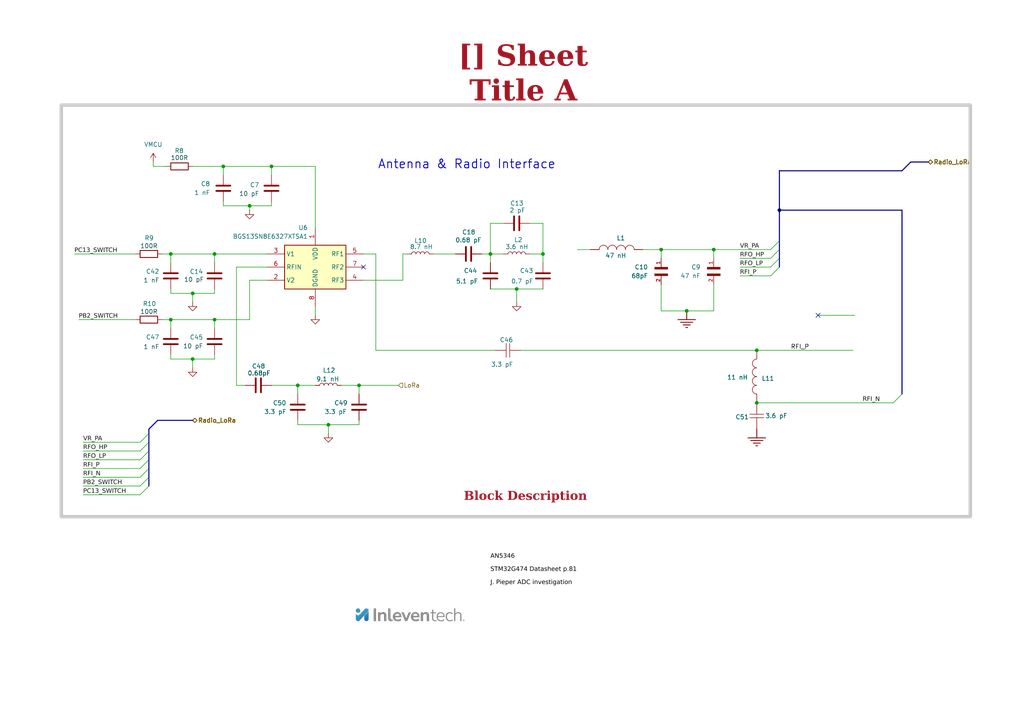
<source format=kicad_sch>
(kicad_sch (version 20250114) (generator "eeschema") (generator_version "9.0")
  (paper "A4")
  (title_block (title "Sheet Title A") (date "2025-11-08") (rev "${REVISION}") (company "${COMPANY}"))
  (lib_symbols
    (symbol "0_LoRa:BGS13SN8E6327XTSA1"
      (property "Reference" "U2" (at 16.1133 7.62 0))
      (property "Value" "BGS13SN8E6327XTSA1" (at 16.1133 5.08 0))
      (symbol "BGS13SN8E6327XTSA1_1_1"
        (rectangle (start 5.08 2.54) (end 22.86 -10.16) (stroke (width 0.254)) (fill (type background)))
        (pin passive line (at 0 0 0) (length 5.08) (name "RF1") (number "5"))
        (pin passive line (at 0 -3.81 0) (length 5.08) (name "RF2") (number "7"))
        (pin passive line (at 0 -7.62 0) (length 5.08) (name "RF3") (number "4"))
        (pin passive line (at 13.97 7.62 270) (length 5.08) (name "VDD") (number "1"))
        (pin passive line (at 13.97 -15.24 90) (length 5.08) (name "DGND") (number "8"))
        (pin passive line (at 27.94 0 180) (length 5.08) (name "V1") (number "3"))
        (pin passive line (at 27.94 -3.81 180) (length 5.08) (name "RFIN") (number "6"))
        (pin passive line (at 27.94 -7.62 180) (length 5.08) (name "V2") (number "2"))
      )
    )
    (symbol "Bluetooth____LoRa:GCM1555C1H680JA16D" (pin_names (offset 1.016))
      (property "Reference" "C" (at 0 3.8109 0))
      (property "Value" "GCM1555C1H680JA16D" (at 0 -5.0885 0))
      (symbol "GCM1555C1H680JA16D_0_0"
        (rectangle (start 0 -1.9069) (end 0.635 1.905) (stroke (width 0.1)) (fill (type outline)))
        (rectangle (start 1.9069 -1.9069) (end 2.54 1.905) (stroke (width 0.1)) (fill (type outline)))
        (pin passive line (at -2.54 0 0) (length 2.54) (name "~") (number "1"))
        (pin passive line (at 5.08 0 180) (length 2.54) (name "~") (number "2"))
      )
    )
    (symbol "Bluetooth____LoRa:GCM155R71E473KA55J" (pin_names (offset 1.016))
      (property "Reference" "C" (at 0 3.8109 0))
      (property "Value" "GCM155R71E473KA55J" (at 0 -5.0885 0))
      (symbol "GCM155R71E473KA55J_0_0"
        (rectangle (start 0 -1.9069) (end 0.635 1.905) (stroke (width 0.1)) (fill (type outline)))
        (rectangle (start 1.9069 -1.9069) (end 2.54 1.905) (stroke (width 0.1)) (fill (type outline)))
        (pin passive line (at -2.54 0 0) (length 2.54) (name "~") (number "1"))
        (pin passive line (at 5.08 0 180) (length 2.54) (name "~") (number "2"))
      )
    )
    (symbol "Bluetooth____LoRa:GND_POWER_GROUND" (power)
      (property "Value" "GND" (at 0 -6.35 0))
      (symbol "GND_POWER_GROUND_0_0"
        (polyline (pts (xy -2.54 -2.54) (xy 2.54 -2.54)) (stroke (width 0.254)))
        (polyline (pts (xy -1.778 -3.302) (xy 1.778 -3.302)) (stroke (width 0.254)))
        (polyline (pts (xy -1.016 -4.064) (xy 1.016 -4.064)) (stroke (width 0.254)))
        (polyline (pts (xy -0.254 -4.826) (xy 0.254 -4.826)) (stroke (width 0.254)))
        (polyline (pts (xy 0 0) (xy 0 -2.54)) (stroke (width 0.254)))
        (pin power_in line (at 0 0 0) (length 0) (hide yes) (name "GND") (number ""))
      )
    )
    (symbol "Bluetooth____LoRa:U_Top_0_Capacitor_MCD_PARTS_database.DbLib" (pin_numbers (hide yes)) (pin_names (hide yes))
      (symbol "U_Top_0_Capacitor_MCD_PARTS_database.DbLib_1_0"
        (polyline (pts (xy 0 -2.54) (xy 0.762 -2.54)))
        (polyline (pts (xy 0.762 -4.572) (xy 0.762 -0.508)))
        (polyline (pts (xy 1.778 -0.508) (xy 1.778 -4.572)))
        (polyline (pts (xy 2.54 -2.54) (xy 1.778 -2.54)))
        (pin passive line (at -2.54 -2.54 0) (length 2.54) (name "1") (number "1"))
        (pin passive line (at 5.08 -2.54 180) (length 2.54) (name "2") (number "2"))
      )
    )
    (symbol "Bluetooth____LoRa:U_Top_0_STM32WLxx_QFN48_MBxx.SCHLIB"
      (symbol "U_Top_0_STM32WLxx_QFN48_MBxx.SCHLIB_1_0"
        (rectangle (start 20.32 5.08) (end -10.16 -48.26) (stroke (width 0.0254) (color 0 0 128 1)) (fill (type background)))
        (pin passive line (at -12.7 0 0) (length 2.54) (name "VDDRF1V55") (number "29"))
        (pin passive line (at -12.7 -5.08 0) (length 2.54) (name "VDDPA") (number "25"))
        (pin passive line (at -12.7 -10.16 0) (length 2.54) (name "VDDRF") (number "28"))
        (pin passive line (at -12.7 -15.24 0) (length 2.54) (name "VSS") (number "49"))
        (pin passive line (at -12.7 -30.48 0) (length 2.54) (name "PB0-VDD_TCXO") (number "30"))
        (pin passive line (at -12.7 -35.56 0) (length 2.54) (name "OSC_IN") (number "26"))
        (pin passive line (at -12.7 -38.1 0) (length 2.54) (name "OSC_OUT") (number "27"))
        (pin passive line (at 22.86 0 180) (length 2.54) (name "VR_PA") (number "24"))
        (pin passive line (at 22.86 -7.62 180) (length 2.54) (name "RFO_HP") (number "23"))
        (pin passive line (at 22.86 -15.24 180) (length 2.54) (name "RFO_LP") (number "22"))
        (pin passive line (at 22.86 -25.4 180) (length 2.54) (name "RFI_P") (number "20"))
        (pin passive line (at 22.86 -40.64 180) (length 2.54) (name "RFI_N") (number "21"))
      )
      (symbol "U_Top_0_STM32WLxx_QFN48_MBxx.SCHLIB_2_0"
        (rectangle (start 7.62 0) (end -12.7 -25.4) (stroke (width 0.0254) (color 128 0 0 1)) (fill (type background)))
        (pin passive line (at -15.24 -5.08 0) (length 2.54) (name "VDDSMPS") (number "46"))
        (pin passive line (at -15.24 -10.16 0) (length 2.54) (name "VLXSMPS") (number "47"))
        (pin passive line (at -15.24 -15.24 0) (length 2.54) (name "VFBSMPS") (number "45"))
        (pin passive line (at -15.24 -22.86 0) (length 2.54) (name "VSSSMPS") (number "48"))
      )
      (symbol "U_Top_0_STM32WLxx_QFN48_MBxx.SCHLIB_3_0"
        (rectangle (start 17.78 0) (end -20.32 -20.32) (stroke (width 0.0254) (color 0 0 128 1)) (fill (type background)))
        (pin passive line (at -22.86 -5.08 0) (length 2.54) (name "PC14-OSC32_IN") (number "39"))
        (pin passive line (at -22.86 -15.24 0) (length 2.54) (name "PC15-OSC32_OUT") (number "40"))
        (pin passive line (at 20.32 -5.08 180) (length 2.54) (name "PH3") (number "19"))
        (pin passive line (at 20.32 -15.24 180) (length 2.54) (name "NRST") (number "18"))
      )
      (symbol "U_Top_0_STM32WLxx_QFN48_MBxx.SCHLIB_4_0"
        (rectangle (start 17.78 0) (end -12.7 -27.94) (stroke (width 0.0254) (color 0 0 128 1)) (fill (type background)))
        (polyline (pts (xy 18.288 -25.4) (xy 18.288 -28.448) (xy 15.24 -28.448)))
        (polyline (pts (xy 18.288 -28.448) (xy 20.32 -30.48)))
        (pin passive line (at -15.24 -5.08 0) (length 2.54) (name "VDD") (number "44"))
        (pin passive line (at -15.24 -7.62 0) (length 2.54) (name "VDD") (number "11"))
        (pin passive line (at -15.24 -17.78 0) (length 2.54) (name "VBAT") (number "37"))
        (pin passive line (at -15.24 -22.86 0) (length 2.54) (name "VDDA") (number "41"))
        (pin passive line (at 20.32 -33.02 90) (length 2.54) (name "VSS_(ExPAD)") (number "49"))
      )
      (symbol "U_Top_0_STM32WLxx_QFN48_MBxx.SCHLIB_5_0"
        (rectangle (start 20.32 0) (end -20.32 -58.42) (stroke (width 0.0254) (color 0 0 128 1)) (fill (type background)))
        (pin passive line (at -22.86 -5.08 0) (length 2.54) (name "PA0") (number "7"))
        (pin passive line (at -22.86 -7.62 0) (length 2.54) (name "PA1") (number "8"))
        (pin passive line (at -22.86 -10.16 0) (length 2.54) (name "PA2") (number "9"))
        (pin passive line (at -22.86 -12.7 0) (length 2.54) (name "PA3") (number "10"))
        (pin passive line (at -22.86 -15.24 0) (length 2.54) (name "PA4") (number "12"))
        (pin passive line (at -22.86 -17.78 0) (length 2.54) (name "PA5") (number "13"))
        (pin passive line (at -22.86 -20.32 0) (length 2.54) (name "PA6") (number "14"))
        (pin passive line (at -22.86 -22.86 0) (length 2.54) (name "PA7") (number "15"))
        (pin passive line (at -22.86 -25.4 0) (length 2.54) (name "PA8") (number "16"))
        (pin passive line (at -22.86 -27.94 0) (length 2.54) (name "PA9") (number "17"))
        (pin passive line (at -22.86 -30.48 0) (length 2.54) (name "PA10") (number "33"))
        (pin passive line (at -22.86 -33.02 0) (length 2.54) (name "PA11") (number "34"))
        (pin passive line (at -22.86 -35.56 0) (length 2.54) (name "PA12") (number "35"))
        (pin passive line (at -22.86 -38.1 0) (length 2.54) (name "PA13") (number "36"))
        (pin passive line (at -22.86 -40.64 0) (length 2.54) (name "PA14") (number "42"))
        (pin passive line (at -22.86 -43.18 0) (length 2.54) (name "PA15") (number "43"))
        (pin passive line (at -22.86 -50.8 0) (length 2.54) (name "PC13") (number "38"))
        (pin passive line (at 22.86 -10.16 180) (length 2.54) (name "PB2") (number "31"))
        (pin passive line (at 22.86 -12.7 180) (length 2.54) (name "PB3") (number "1"))
        (pin passive line (at 22.86 -15.24 180) (length 2.54) (name "PB4") (number "2"))
        (pin passive line (at 22.86 -17.78 180) (length 2.54) (name "PB5") (number "3"))
        (pin passive line (at 22.86 -20.32 180) (length 2.54) (name "PB6") (number "4"))
        (pin passive line (at 22.86 -22.86 180) (length 2.54) (name "PB7") (number "5"))
        (pin passive line (at 22.86 -25.4 180) (length 2.54) (name "PB8") (number "6"))
        (pin passive line (at 22.86 -35.56 180) (length 2.54) (name "PB12") (number "32"))
      )
    )
    (symbol "Bluetooth____LoRa:U_Top_0_mirrored_Inductor_MCD_PARTS_database.DbLib" (pin_numbers (hide yes)) (pin_names (hide yes))
      (symbol "U_Top_0_mirrored_Inductor_MCD_PARTS_database.DbLib_1_0"
        (arc (start -8.89 -1.27) (mid -7.992 -1.642) (end -7.62 -2.54))
        (arc (start -10.16 -2.54) (mid -9.788 -1.642) (end -8.89 -1.27))
        (arc (start -6.35 -1.27) (mid -5.452 -1.642) (end -5.08 -2.54))
        (arc (start -7.62 -2.54) (mid -7.248 -1.642) (end -6.35 -1.27))
        (arc (start -3.81 -1.27) (mid -2.912 -1.642) (end -2.54 -2.54))
        (arc (start -5.08 -2.54) (mid -4.708 -1.642) (end -3.81 -1.27))
        (arc (start -1.27 -1.27) (mid -0.372 -1.642) (end 0 -2.54))
        (arc (start -2.54 -2.54) (mid -2.168 -1.642) (end -1.27 -1.27))
        (pin passive line (at -12.7 -2.54 0) (length 2.54) (name "2") (number "2"))
        (pin passive line (at 2.54 -2.54 180) (length 2.54) (name "1") (number "1"))
      )
    )
    (symbol "Bluetooth____LoRa:U_Top_1_Capacitor_MCD_PARTS_database.DbLib" (pin_numbers (hide yes)) (pin_names (hide yes))
      (symbol "U_Top_1_Capacitor_MCD_PARTS_database.DbLib_1_0"
        (polyline (pts (xy 0.508 1.778) (xy 4.572 1.778)))
        (polyline (pts (xy 2.54 2.54) (xy 2.54 1.778)))
        (polyline (pts (xy 2.54 0) (xy 2.54 0.762)))
        (polyline (pts (xy 4.572 0.762) (xy 0.508 0.762)))
        (pin passive line (at 2.54 5.08 270) (length 2.54) (name "2") (number "2"))
        (pin passive line (at 2.54 -2.54 90) (length 2.54) (name "1") (number "1"))
      )
    )
    (symbol "Bluetooth____LoRa:U_Top_3_Inductor_MCD_PARTS_database.DbLib" (pin_numbers (hide yes)) (pin_names (hide yes))
      (symbol "U_Top_3_Inductor_MCD_PARTS_database.DbLib_1_0"
        (arc (start -1.27 -1.27) (mid -1.642 -2.168) (end -2.54 -2.54))
        (arc (start -2.54 0) (mid -1.642 -0.372) (end -1.27 -1.27))
        (arc (start -1.27 -3.81) (mid -1.642 -4.708) (end -2.54 -5.08))
        (arc (start -2.54 -2.54) (mid -1.642 -2.912) (end -1.27 -3.81))
        (arc (start -1.27 -6.35) (mid -1.642 -7.248) (end -2.54 -7.62))
        (arc (start -2.54 -5.08) (mid -1.642 -5.452) (end -1.27 -6.35))
        (arc (start -1.27 -8.89) (mid -1.642 -9.788) (end -2.54 -10.16))
        (arc (start -2.54 -7.62) (mid -1.642 -7.992) (end -1.27 -8.89))
        (pin passive line (at -2.54 2.54 270) (length 2.54) (name "1") (number "1"))
        (pin passive line (at -2.54 -12.7 90) (length 2.54) (name "2") (number "2"))
      )
    )
    (symbol "Bluetooth____LoRa:VDD" (power) (pin_numbers (hide yes)) (pin_names (offset 0) (hide yes))
      (property "Value" "VDD" (at 0 3.556 0))
      (symbol "VDD_0_1"
        (polyline (pts (xy -0.762 1.27) (xy 0 2.54)))
        (polyline (pts (xy 0 2.54) (xy 0.762 1.27)))
        (polyline (pts (xy 0 0) (xy 0 2.54)))
      )
      (symbol "VDD_1_1"
        (pin power_in line (at 0 0 90) (length 0) (name "~") (number "1"))
      )
    )
    (symbol "Device:C" (pin_numbers (hide yes)) (pin_names (offset 0.254))
      (property "Reference" "C" (at 0.635 2.54 0))
      (property "Value" "C" (at 0.635 -2.54 0))
      (symbol "C_0_1"
        (polyline (pts (xy -2.032 0.762) (xy 2.032 0.762)) (stroke (width 0.508)))
        (polyline (pts (xy -2.032 -0.762) (xy 2.032 -0.762)) (stroke (width 0.508)))
      )
      (symbol "C_1_1"
        (pin passive line (at 0 3.81 270) (length 2.794) (name "~") (number "1"))
        (pin passive line (at 0 -3.81 90) (length 2.794) (name "~") (number "2"))
      )
    )
    (symbol "Device:L" (pin_numbers (hide yes)) (pin_names (offset 1.016) (hide yes))
      (property "Reference" "L" (at -1.27 0 90))
      (property "Value" "L" (at 1.905 0 90))
      (symbol "L_0_1"
        (arc (start 0 2.54) (mid 0.6323 1.905) (end 0 1.27))
        (arc (start 0 1.27) (mid 0.6323 0.635) (end 0 0))
        (arc (start 0 0) (mid 0.6323 -0.635) (end 0 -1.27))
        (arc (start 0 -1.27) (mid 0.6323 -1.905) (end 0 -2.54))
      )
      (symbol "L_1_1"
        (pin passive line (at 0 3.81 270) (length 1.27) (name "1") (number "1"))
        (pin passive line (at 0 -3.81 90) (length 1.27) (name "2") (number "2"))
      )
    )
    (symbol "Device:R" (pin_numbers (hide yes)) (pin_names (offset 0))
      (property "Reference" "R" (at 2.032 0 90))
      (property "Value" "R" (at 0 0 90))
      (symbol "R_0_1"
        (rectangle (start -1.016 -2.54) (end 1.016 2.54) (stroke (width 0.254)))
      )
      (symbol "R_1_1"
        (pin passive line (at 0 3.81 270) (length 1.27) (name "~") (number "1"))
        (pin passive line (at 0 -3.81 90) (length 1.27) (name "~") (number "2"))
      )
    )
    (symbol "power:GND" (power) (pin_numbers (hide yes)) (pin_names (offset 0) (hide yes))
      (property "Value" "GND" (at 0 -3.81 0))
      (symbol "GND_0_1"
        (polyline (pts (xy 0 0) (xy 0 -1.27) (xy 1.27 -1.27) (xy 0 -2.54) (xy -1.27 -1.27) (xy 0 -1.27)))
      )
      (symbol "GND_1_1"
        (pin power_in line (at 0 0 270) (length 0) (name "~") (number "1"))
      )
    )
  )
  (rectangle (start 17.78 30.48) (end 281.432 149.86) (stroke (width 1) (color 200 200 200 1)))
  (text "J. Pieper ADC investigation" (at 142.24 170.18 0) (effects (font (size 1.27 1.27)) (justify left bottom)))
  (text "Antenna & Radio Interface" (at 135.382 47.752 0) (effects (font (size 2.54 2.54) (thickness 0.254) (bold yes))))
  (text "STM32G474 Datasheet p.81" (at 142.24 166.37 0) (effects (font (size 1.27 1.27)) (justify left bottom)))
  (text "AN5346" (at 142.24 162.56 0) (effects (font (size 1.27 1.27)) (justify left bottom)))
  (text_box "[${#}] ${TITLE}" (at 115.57 15.24 0) (size 72.39 12.7) (margins 4.4999 4.4999 4.4999 4.4999) (stroke (width -0.0001)) (effects (font (size 6 6) (thickness 1.2) (bold yes))))
  (text_box "Block Description" (at 57.15 139.7 0) (size 190.5 7.62) (margins 1.9049 1.9049 1.9049 1.9049) (stroke (width -0.0001)) (effects (font (size 2.54 2.54) (thickness 0.508) (bold yes)) (justify bottom)))
  (junction (at 49.53 73.66))
  (junction (at 142.24 73.66))
  (junction (at 64.77 48.26))
  (junction (at 149.86 83.82))
  (junction (at 49.53 92.71))
  (junction (at 219.4929 116.84))
  (junction (at 72.39 59.69))
  (junction (at 226.06 60.96))
  (junction (at 78.74 48.26))
  (junction (at 55.88 85.09))
  (junction (at 219.4929 101.6))
  (junction (at 157.48 73.66))
  (junction (at 207.01 72.39))
  (junction (at 62.23 73.66))
  (junction (at 86.36 111.76))
  (junction (at 62.23 92.71))
  (junction (at 191.77 72.39))
  (junction (at 104.14 111.76))
  (junction (at 95.25 123.19))
  (junction (at 199.1729 90.17))
  (junction (at 55.88 104.14))
  (no_connect (at 105.41 77.47))
  (no_connect (at 237.2729 91.44))
  (bus_entry (at 40.64 128.27) (size 2.54 -2.54))
  (bus_entry (at 40.64 143.51) (size 2.54 -2.54))
  (bus_entry (at 40.64 140.97) (size 2.54 -2.54))
  (bus_entry (at 40.64 130.81) (size 2.54 -2.54))
  (bus_entry (at 223.52 77.47) (size 2.54 -2.54))
  (bus_entry (at 223.52 74.93) (size 2.54 -2.54))
  (bus_entry (at 223.52 80.01) (size 2.54 -2.54))
  (bus_entry (at 40.64 138.43) (size 2.54 -2.54))
  (bus_entry (at 223.52 72.39) (size 2.54 -2.54))
  (bus_entry (at 40.64 133.35) (size 2.54 -2.54))
  (bus_entry (at 40.64 135.89) (size 2.54 -2.54))
  (bus_entry (at 259.08 116.84) (size 2.54 -2.54))
  (wire (pts (xy 91.44 48.26) (xy 78.74 48.26)))
  (wire (pts (xy 21.59 73.66) (xy 39.37 73.66)))
  (wire (pts (xy 116.84 73.66) (xy 116.84 81.28)))
  (wire (pts (xy 62.23 73.66) (xy 77.47 73.66)))
  (wire (pts (xy 62.23 73.66) (xy 62.23 76.2)))
  (wire (pts (xy 171.2329 72.39) (xy 167.4229 72.39)))
  (wire (pts (xy 153.67 64.77) (xy 157.48 64.77)))
  (wire (pts (xy 214.63 80.01) (xy 223.52 80.01)))
  (wire (pts (xy 125.73 73.66) (xy 132.08 73.66)))
  (wire (pts (xy 68.58 111.76) (xy 68.58 77.47)))
  (wire (pts (xy 78.74 48.26) (xy 64.77 48.26)))
  (wire (pts (xy 214.63 74.93) (xy 223.52 74.93)))
  (wire (pts (xy 62.23 85.09) (xy 62.23 83.82)))
  (wire (pts (xy 142.24 73.66) (xy 146.05 73.66)))
  (wire (pts (xy 149.86 83.82) (xy 157.48 83.82)))
  (wire (pts (xy 24.13 133.35) (xy 40.64 133.35)))
  (bus (pts (xy 226.06 72.39) (xy 226.06 74.93)))
  (wire (pts (xy 207.01 90.17) (xy 207.01 82.55)))
  (wire (pts (xy 78.74 58.42) (xy 78.74 59.69)))
  (bus (pts (xy 43.18 135.89) (xy 43.18 138.43)))
  (wire (pts (xy 86.36 111.76) (xy 86.36 114.3)))
  (wire (pts (xy 24.13 138.43) (xy 40.64 138.43)))
  (wire (pts (xy 191.77 72.39) (xy 186.4729 72.39)))
  (wire (pts (xy 146.05 64.77) (xy 142.24 64.77)))
  (wire (pts (xy 118.11 73.66) (xy 116.84 73.66)))
  (wire (pts (xy 207.01 72.39) (xy 191.77 72.39)))
  (wire (pts (xy 86.36 123.19) (xy 95.25 123.19)))
  (wire (pts (xy 109.0029 101.6) (xy 109.0029 73.66)))
  (wire (pts (xy 64.77 59.69) (xy 64.77 58.42)))
  (wire (pts (xy 49.53 73.66) (xy 62.23 73.66)))
  (bus (pts (xy 226.06 60.96) (xy 226.06 69.85)))
  (wire (pts (xy 78.74 59.69) (xy 72.39 59.69)))
  (bus (pts (xy 226.06 77.47) (xy 226.06 74.93)))
  (wire (pts (xy 219.4929 101.6) (xy 247.4329 101.6)))
  (wire (pts (xy 24.13 128.27) (xy 40.64 128.27)))
  (wire (pts (xy 72.39 81.28) (xy 77.47 81.28)))
  (wire (pts (xy 49.53 104.14) (xy 55.88 104.14)))
  (wire (pts (xy 86.36 121.92) (xy 86.36 123.19)))
  (wire (pts (xy 142.24 73.66) (xy 142.24 76.2)))
  (wire (pts (xy 55.88 85.09) (xy 55.88 87.63)))
  (wire (pts (xy 24.13 135.89) (xy 40.64 135.89)))
  (wire (pts (xy 72.39 92.71) (xy 72.39 81.28)))
  (wire (pts (xy 207.01 90.17) (xy 199.1729 90.17)))
  (wire (pts (xy 207.01 72.39) (xy 207.01 74.93)))
  (wire (pts (xy 72.39 59.69) (xy 64.77 59.69)))
  (bus (pts (xy 43.18 124.46) (xy 45.72 121.92)))
  (bus (pts (xy 43.18 130.81) (xy 43.18 133.35)))
  (wire (pts (xy 116.84 81.28) (xy 105.41 81.28)))
  (wire (pts (xy 247.904 91.44) (xy 237.2729 91.44)))
  (bus (pts (xy 264.16 46.99) (xy 269.24 46.99)))
  (wire (pts (xy 71.12 111.76) (xy 68.58 111.76)))
  (wire (pts (xy 40.64 140.97) (xy 24.13 140.97)))
  (wire (pts (xy 49.53 102.87) (xy 49.53 104.14)))
  (bus (pts (xy 45.72 121.92) (xy 55.88 121.92)))
  (wire (pts (xy 105.41 73.66) (xy 109.0029 73.66)))
  (wire (pts (xy 55.88 104.14) (xy 55.88 106.68)))
  (bus (pts (xy 226.06 49.53) (xy 226.06 60.96)))
  (wire (pts (xy 214.63 77.47) (xy 223.52 77.47)))
  (wire (pts (xy 143.51 101.6) (xy 109.0029 101.6)))
  (wire (pts (xy 46.99 92.71) (xy 49.53 92.71)))
  (bus (pts (xy 43.18 128.27) (xy 43.18 130.81)))
  (wire (pts (xy 104.14 111.76) (xy 115.57 111.76)))
  (wire (pts (xy 191.77 72.39) (xy 191.77 74.93)))
  (wire (pts (xy 207.01 72.39) (xy 223.52 72.39)))
  (wire (pts (xy 219.4929 116.84) (xy 259.08 116.84)))
  (wire (pts (xy 104.14 121.92) (xy 104.14 123.19)))
  (wire (pts (xy 142.24 64.77) (xy 142.24 73.66)))
  (wire (pts (xy 139.7 73.66) (xy 142.24 73.66)))
  (wire (pts (xy 46.99 73.66) (xy 49.53 73.66)))
  (wire (pts (xy 157.48 64.77) (xy 157.48 73.66)))
  (bus (pts (xy 261.62 49.53) (xy 264.16 46.99)))
  (bus (pts (xy 43.18 125.73) (xy 43.18 128.27)))
  (wire (pts (xy 91.44 66.04) (xy 91.44 48.26)))
  (wire (pts (xy 49.53 85.09) (xy 55.88 85.09)))
  (bus (pts (xy 43.18 124.46) (xy 43.18 125.73)))
  (wire (pts (xy 104.14 111.76) (xy 104.14 114.3)))
  (wire (pts (xy 55.88 85.09) (xy 62.23 85.09)))
  (wire (pts (xy 64.77 48.26) (xy 55.88 48.26)))
  (wire (pts (xy 151.13 101.6) (xy 219.4929 101.6)))
  (bus (pts (xy 226.06 60.96) (xy 261.62 60.96)))
  (wire (pts (xy 86.36 111.76) (xy 91.44 111.76)))
  (wire (pts (xy 22.86 92.71) (xy 39.37 92.71)))
  (wire (pts (xy 191.77 90.17) (xy 199.1729 90.17)))
  (wire (pts (xy 64.77 48.26) (xy 64.77 50.8)))
  (wire (pts (xy 95.25 123.19) (xy 104.14 123.19)))
  (wire (pts (xy 149.86 83.82) (xy 149.86 87.63)))
  (wire (pts (xy 44.45 46.99) (xy 44.45 48.26)))
  (wire (pts (xy 44.45 48.26) (xy 48.26 48.26)))
  (wire (pts (xy 49.53 85.09) (xy 49.53 83.82)))
  (wire (pts (xy 153.67 73.66) (xy 157.48 73.66)))
  (bus (pts (xy 226.06 49.53) (xy 261.62 49.53)))
  (wire (pts (xy 72.39 59.69) (xy 72.39 60.96)))
  (wire (pts (xy 99.06 111.76) (xy 104.14 111.76)))
  (bus (pts (xy 261.62 60.96) (xy 261.62 114.3)))
  (wire (pts (xy 24.13 130.81) (xy 40.64 130.81)))
  (wire (pts (xy 62.23 92.71) (xy 62.23 95.25)))
  (wire (pts (xy 91.44 88.9) (xy 91.44 91.44)))
  (wire (pts (xy 40.64 143.51) (xy 24.13 143.51)))
  (wire (pts (xy 95.25 123.19) (xy 95.25 125.73)))
  (wire (pts (xy 78.74 111.76) (xy 86.36 111.76)))
  (wire (pts (xy 68.58 77.47) (xy 77.47 77.47)))
  (wire (pts (xy 49.53 92.71) (xy 62.23 92.71)))
  (bus (pts (xy 226.06 69.85) (xy 226.06 72.39)))
  (bus (pts (xy 43.18 133.35) (xy 43.18 135.89)))
  (wire (pts (xy 62.23 102.87) (xy 62.23 104.14)))
  (wire (pts (xy 157.48 73.66) (xy 157.48 76.2)))
  (bus (pts (xy 43.18 138.43) (xy 43.18 140.97)))
  (wire (pts (xy 55.88 104.14) (xy 62.23 104.14)))
  (wire (pts (xy 49.53 73.66) (xy 49.53 76.2)))
  (wire (pts (xy 191.77 82.55) (xy 191.77 90.17)))
  (wire (pts (xy 142.24 83.82) (xy 149.86 83.82)))
  (wire (pts (xy 78.74 48.26) (xy 78.74 50.8)))
  (wire (pts (xy 49.53 92.71) (xy 49.53 95.25)))
  (wire (pts (xy 62.23 92.71) (xy 72.39 92.71)))
  (image (at 118.999 178.3334) (scale 0.134391))
  (label "PC13_SWITCH" (at 24.13 143.51 0))
  (label "PB2_SWITCH" (at 22.86 92.71 0))
  (label "RFO_HP" (at 214.63 74.93 0))
  (label "RFI_N" (at 24.13 138.43 0))
  (label "RFO_LP" (at 24.13 133.35 0))
  (label "RFI_P" (at 234.7329 101.6 180))
  (label "RFI_P" (at 24.13 135.89 0))
  (label "PB2_SWITCH" (at 24.13 140.97 0))
  (label "RFO_LP" (at 214.63 77.47 0))
  (label "RFI_N" (at 250.19 116.84 0))
  (label "RFI_P" (at 214.63 80.01 0))
  (label "VR_PA" (at 214.63 72.39 0))
  (label "RFO_HP" (at 24.13 130.81 0))
  (label "VR_PA" (at 24.13 128.27 0))
  (label "PC13_SWITCH" (at 21.59 73.66 0))
  (hierarchical_label "Radio_LoRa" (shape bidirectional) (at 55.88 121.92 0) (effects (font (bold yes))))
  (hierarchical_label "LoRa" (shape input) (at 115.57 111.76 0))
  (hierarchical_label "Radio_LoRa" (shape bidirectional) (at 269.24 46.99 0) (effects (font (bold yes))))
  (symbol (lib_id "Device:C") (at 142.24 80.01 0) (mirror y) (unit 1)
    (property "Reference" "C44" (at 138.43 79.248 0) (effects (justify left bottom)))
    (property "Value" "5.1 pF" (at 138.684 82.296 0) (effects (justify left bottom)))
    (property "Footprint" "LoRa:GJM1555C1H5R1DB01D" (effects (hide yes)))
    (property "Description" "Unpolarized capacitor" (effects (hide yes)))
  )
  (symbol (lib_id "Bluetooth____LoRa:U_Top_0_STM32WLxx_QFN48_MBxx.SCHLIB") (at 335.28 49.53 0) (mirror y) (unit 1)
    (property "Reference" "U5" (at 345.44 44.45 0) (effects (justify left bottom)))
    (property "Value" "STM32WLxx_QFN48" (at 345.44 100.33 0) (effects (justify left bottom)))
    (property "Footprint" "LoRa:STM32WLXX_QFN48" (effects (hide yes)))
    (property "Description" "HQDC : Verified April, 25 2019" (effects (hide yes)))
  )
  (symbol (lib_id "Device:R") (at 52.07 48.26 90) (mirror x) (unit 1)
    (property "Reference" "R8" (at 53.34 44.45 90) (effects (justify left bottom)))
    (property "Footprint" "LoRa:RESC1005X04N" (effects (hide yes)))
    (property "Description" "Resistor" (effects (hide yes)))
    (property "ALTIUM_VALUE" "100R" (at 54.61 46.482 90) (effects (justify left bottom)))
    (property "MANUFACTURER_PART_NUMBER" "RC0402FR-07100RL" (effects (hide yes)))
    (property "MANUFACTURER" "YAGEO" (effects (hide yes)))
  )
  (symbol (lib_id "Device:C") (at 64.77 54.61 0) (mirror x) (unit 1)
    (property "Reference" "C8" (at 60.96 53.3399 0) (effects (justify right)))
    (property "Value" "1 nF" (at 60.96 55.8799 0) (effects (justify right)))
    (property "Footprint" "Bluetooth____LoRaa:CAPC1005X55N" (effects (hide yes)))
    (property "Description" "Unpolarized capacitor" (effects (hide yes)))
    (property "MANUFACTURER" "Yageo" (effects (hide yes)))
  )
  (symbol (lib_id "power:GND") (at 95.25 125.73 0) (mirror y) (unit 1)
    (property "Reference" "#PWR020" (effects (hide yes)))
    (property "Value" "GND" (effects (hide yes)))
    (property "Description" "Power symbol creates a global label with name \"GND\" , ground" (effects (hide yes)))
  )
  (symbol (lib_id "Bluetooth____LoRa:U_Top_3_Inductor_MCD_PARTS_database.DbLib") (at 216.9529 104.14 0) (mirror y) (unit 1)
    (property "Reference" "L11" (at 224.5729 110.49 0) (effects (justify left bottom)))
    (property "Value" "11 nH" (at 216.9529 110.1598 0) (effects (justify left bottom)))
    (property "Footprint" "LoRa:LQW15AN11NG00D" (effects (hide yes)))
    (property "Description" "RF Inductor" (effects (hide yes)))
  )
  (symbol (lib_id "Device:C") (at 62.23 80.01 0) (mirror y) (unit 1)
    (property "Reference" "C14" (at 58.928 79.502 0) (effects (justify left bottom)))
    (property "Value" "Capa_0402" (effects (hide yes)))
    (property "Footprint" "LoRa:CAPC1005X06N" (effects (hide yes)))
    (property "Description" "Unpolarized capacitor" (effects (hide yes)))
    (property "ALTIUM_VALUE" "10 pF" (at 59.182 81.788 0) (effects (justify left bottom)))
    (property "MANUFACTURER_PART_NUMBER" "GJM1555C1H100FB01D" (effects (hide yes)))
    (property "MANUFACTURER" "MURATA" (effects (hide yes)))
  )
  (symbol (lib_id "Device:L") (at 121.92 73.66 270) (mirror x) (unit 1)
    (property "Reference" "L10" (at 120.142 69.088 90) (effects (justify left bottom)))
    (property "Value" "8.7 nH" (at 118.872 70.866 90) (effects (justify left bottom)))
    (property "Footprint" "LoRa:LQW15AN8N7G00D" (effects (hide yes)))
    (property "Description" "Inductor" (effects (hide yes)))
  )
  (symbol (lib_id "Device:R") (at 43.18 73.66 270) (mirror x) (unit 1)
    (property "Reference" "R9" (at 41.91 68.326 90) (effects (justify left bottom)))
    (property "Footprint" "LoRa:RESC1005X04N" (effects (hide yes)))
    (property "Description" "Resistor" (effects (hide yes)))
    (property "ALTIUM_VALUE" "100R" (at 40.64 70.612 90) (effects (justify left bottom)))
    (property "MANUFACTURER_PART_NUMBER" "RC0402FR-07100RL" (effects (hide yes)))
    (property "MANUFACTURER" "YAGEO" (effects (hide yes)))
  )
  (symbol (lib_id "Bluetooth____LoRa:GCM1555C1H680JA16D") (at 191.77 77.47 90) (mirror x) (unit 1)
    (property "Reference" "C10" (at 187.96 77.4699 90) (effects (justify left)))
    (property "Value" "68pF" (at 187.96 80.0099 90) (effects (justify left)))
    (property "Footprint" "Bluetooth____LoRaa:CAPC1005X55N" (effects (hide yes)))
  )
  (symbol (lib_id "Device:C") (at 49.53 99.06 0) (unit 1)
    (property "Reference" "C47" (at 46.228 97.79 0) (effects (justify right)))
    (property "Value" "1 nF" (at 46.228 100.584 0) (effects (justify right)))
    (property "Footprint" "Bluetooth____LoRaa:CAPC1005X55N" (effects (hide yes)))
    (property "Description" "Unpolarized capacitor" (effects (hide yes)))
    (property "MANUFACTURER" "Yageo" (effects (hide yes)))
  )
  (symbol (lib_id "Bluetooth____LoRa:U_Top_0_Capacitor_MCD_PARTS_database.DbLib") (at 148.59 99.06 0) (mirror y) (unit 1)
    (property "Reference" "C46" (at 148.844 99.314 0) (effects (justify left bottom)))
    (property "Value" "3.3 pF" (at 148.844 106.426 0) (effects (justify left bottom)))
    (property "Footprint" "LoRa:CAPC1005X55N" (effects (hide yes)))
    (property "Description" "RF Capacitor" (effects (hide yes)))
  )
  (symbol (lib_id "0_LoRa:BGS13SN8E6327XTSA1") (at 105.41 73.66 0) (mirror y) (unit 1)
    (property "Reference" "U6" (at 89.2967 66.04 0) (effects (justify left)))
    (property "Value" "BGS13SN8E6327XTSA1" (at 89.2967 68.58 0) (effects (justify left)))
    (property "Footprint" "BGS13SN8E6327XTSA1" (effects (hide yes)))
    (property "Datasheet" "https://www.mouser.ph/ProductDetail/Infineon-Technologies/BGS13SN8E6327XTSA1?qs=0DP5yvOrqYmFtfP%252BZ8kQgQ%3D%3D" (effects (hide yes)))
    (property "Description" "INFINEON - BGS13SN8E6327XTSA1 - RF SWITCH, SP3T, 0.1-6GHZ, TSNP-8" (effects (hide yes)))
    (property "Height" "0.4" (effects (hide yes)))
    (property "Manufacturer_Name" "Infineon" (effects (hide yes)))
    (property "Manufacturer_Part_Number" "BGS13SN8E6327XTSA1" (effects (hide yes)))
    (property "Mouser Part Number" "726-BGS13SN8E6327XTS" (effects (hide yes)))
    (property "Mouser Price/Stock" "https://www.mouser.co.uk/ProductDetail/Infineon-Technologies/BGS13SN8E6327XTSA1?qs=0DP5yvOrqYmFtfP%252BZ8kQgQ%3D%3D" (effects (hide yes)))
    (property "Arrow Part Number" "BGS13SN8E6327XTSA1" (effects (hide yes)))
    (property "Arrow Price/Stock" "https://www.arrow.com/en/products/bgs13sn8e6327xtsa1/infineon-technologies-ag?region=nac" (effects (hide yes)))
  )
  (symbol (lib_id "Device:C") (at 135.89 73.66 90) (mirror x) (unit 1)
    (property "Reference" "C18" (at 137.922 68.072 90) (effects (justify left bottom)))
    (property "Value" "0.68 pF" (at 139.7 70.358 90) (effects (justify left bottom)))
    (property "Footprint" "LoRa:GJM1555C1HR68WB01D" (effects (hide yes)))
    (property "Description" "Unpolarized capacitor" (effects (hide yes)))
  )
  (symbol (lib_id "Bluetooth____LoRa:GND_POWER_GROUND") (at 199.1729 90.17 0) (mirror y) (unit 1)
    (property "Reference" "#PWR018" (effects (hide yes)))
    (property "Value" "GND" (effects (hide yes)))
  )
  (symbol (lib_id "Device:L") (at 95.25 111.76 270) (mirror x) (unit 1)
    (property "Reference" "L12" (at 97.282 106.68 90) (effects (justify right bottom)))
    (property "Value" "9.1 nH" (at 91.694 109.22 90) (effects (justify left bottom)))
    (property "Footprint" "LoRa:LQW15AN9N1G00D" (effects (hide yes)))
    (property "Description" "Inductor" (effects (hide yes)))
  )
  (symbol (lib_id "power:GND") (at 55.88 106.68 0) (mirror y) (unit 1)
    (property "Reference" "#PWR024" (effects (hide yes)))
    (property "Value" "GND" (effects (hide yes)))
    (property "Description" "Power symbol creates a global label with name \"GND\" , ground" (effects (hide yes)))
  )
  (symbol (lib_id "Bluetooth____LoRa:U_Top_0_mirrored_Inductor_MCD_PARTS_database.DbLib") (at 173.7729 69.85 0) (mirror y) (unit 1)
    (property "Reference" "L1" (at 178.8529 69.7738 0) (effects (justify right bottom)))
    (property "Value" "47 nH" (at 181.6469 74.8538 0) (effects (justify left bottom)))
    (property "Footprint" "LoRa:INDC1005X60N" (effects (hide yes)))
    (property "Description" "RF Inductor" (effects (hide yes)))
    (property "MANUFACTURER" "MURATA" (effects (hide yes)))
  )
  (symbol (lib_id "power:GND") (at 91.44 91.44 0) (mirror y) (unit 1)
    (property "Reference" "#PWR023" (effects (hide yes)))
    (property "Value" "GND" (effects (hide yes)))
    (property "Description" "Power symbol creates a global label with name \"GND\" , ground" (effects (hide yes)))
  )
  (symbol (lib_id "Device:C") (at 104.14 118.11 0) (mirror y) (unit 1)
    (property "Reference" "C49" (at 100.838 117.602 0) (effects (justify left bottom)))
    (property "Value" "3.3 pF" (at 100.584 120.142 0) (effects (justify left bottom)))
    (property "Footprint" "LoRa:CAPC1005X55N" (effects (hide yes)))
    (property "Description" "Unpolarized capacitor" (effects (hide yes)))
    (property "PACKAGE" "C0402" (effects (hide yes)))
  )
  (symbol (lib_id "power:GND") (at 55.88 87.63 0) (mirror y) (unit 1)
    (property "Reference" "#PWR019" (effects (hide yes)))
    (property "Value" "GND" (effects (hide yes)))
    (property "Description" "Power symbol creates a global label with name \"GND\" , ground" (effects (hide yes)))
  )
  (symbol (lib_id "Device:C") (at 86.36 118.11 0) (mirror y) (unit 1)
    (property "Reference" "C50" (at 83.058 117.602 0) (effects (justify left bottom)))
    (property "Value" "3.3 pF" (at 83.058 120.142 0) (effects (justify left bottom)))
    (property "Footprint" "LoRa:CAPC1005X55N" (effects (hide yes)))
    (property "Description" "Unpolarized capacitor" (effects (hide yes)))
    (property "PACKAGE" "C0402" (effects (hide yes)))
  )
  (symbol (lib_id "Device:C") (at 49.53 80.01 0) (mirror x) (unit 1)
    (property "Reference" "C42" (at 46.228 78.74 0) (effects (justify right)))
    (property "Value" "1 nF" (at 46.228 81.28 0) (effects (justify right)))
    (property "Footprint" "Bluetooth____LoRaa:CAPC1005X55N" (effects (hide yes)))
    (property "Description" "Unpolarized capacitor" (effects (hide yes)))
    (property "MANUFACTURER" "Yageo" (effects (hide yes)))
  )
  (symbol (lib_id "Bluetooth____LoRa:VDD") (at 44.45 46.99 0) (mirror y) (unit 1)
    (property "Reference" "#PWR02" (effects (hide yes)))
    (property "Value" "VMCU" (at 44.45 41.91 0))
    (property "Description" "Power symbol creates a global label with name \"VDD\"" (effects (hide yes)))
  )
  (symbol (lib_id "power:GND") (at 72.39 60.96 0) (mirror y) (unit 1)
    (property "Reference" "#PWR017" (effects (hide yes)))
    (property "Value" "GND" (effects (hide yes)))
    (property "Description" "Power symbol creates a global label with name \"GND\" , ground" (effects (hide yes)))
  )
  (symbol (lib_id "Device:C") (at 74.93 111.76 90) (mirror x) (unit 1)
    (property "Reference" "C48" (at 76.962 106.934 90) (effects (justify left bottom)))
    (property "Value" "0.68 pF" (effects (hide yes)))
    (property "Footprint" "LoRa:GJM1555C1HR68WB01D" (effects (hide yes)))
    (property "Description" "Unpolarized capacitor" (effects (hide yes)))
    (property "ALTIUM_VALUE" "0.68pF" (at 78.486 108.966 90) (effects (justify left bottom)))
    (property "MANUFACTURER_PART_NUMBER" "GRM1555C1HR68WB01D" (effects (hide yes)))
    (property "MANUFACTURER" "Murata" (effects (hide yes)))
  )
  (symbol (lib_id "Device:C") (at 157.48 80.01 0) (mirror y) (unit 1)
    (property "Reference" "C43" (at 154.686 79.248 0) (effects (justify left bottom)))
    (property "Value" "0.7 pF" (at 154.686 82.296 0) (effects (justify left bottom)))
    (property "Footprint" "LoRa:GJM1555C1HR70BB01D" (effects (hide yes)))
    (property "Description" "Unpolarized capacitor" (effects (hide yes)))
    (property "MANUFACTURER_PART_NUMBER" "Not Connected" (effects (hide yes)))
    (property "PACKAGE" "C0402" (effects (hide yes)))
  )
  (symbol (lib_id "Device:L") (at 149.86 73.66 270) (mirror x) (unit 1)
    (property "Reference" "L2" (at 149.098 68.834 90) (effects (justify left bottom)))
    (property "Value" "3.6 nH" (at 146.558 70.866 90) (effects (justify left bottom)))
    (property "Footprint" "LoRa:LQW15AN3N6C10D" (effects (hide yes)))
    (property "Description" "Inductor" (effects (hide yes)))
  )
  (symbol (lib_id "Bluetooth____LoRa:U_Top_1_Capacitor_MCD_PARTS_database.DbLib") (at 222.0329 121.92 0) (mirror y) (unit 1)
    (property "Reference" "C51" (at 217.2069 121.666 0) (effects (justify left bottom)))
    (property "Value" "3.6 pF" (at 228.3829 121.3358 0) (effects (justify left bottom)))
    (property "Footprint" "LoRa:GJM1555C1H3R6CB01D" (effects (hide yes)))
    (property "Description" "RF Capacitor" (effects (hide yes)))
  )
  (symbol (lib_id "Device:C") (at 149.86 64.77 90) (mirror x) (unit 1)
    (property "Reference" "C13" (at 151.892 59.69 90) (effects (justify left bottom)))
    (property "Value" "2 pF" (at 152.4 61.722 90) (effects (justify left bottom)))
    (property "Footprint" "LoRa:GJM1555C1H2R0CB01D" (effects (hide yes)))
    (property "Description" "Unpolarized capacitor" (effects (hide yes)))
  )
  (symbol (lib_id "Device:R") (at 43.18 92.71 270) (mirror x) (unit 1)
    (property "Reference" "R10" (at 41.402 87.376 90) (effects (justify left bottom)))
    (property "Footprint" "LoRa:RESC1005X04N" (effects (hide yes)))
    (property "Description" "Resistor" (effects (hide yes)))
    (property "ALTIUM_VALUE" "100R" (at 40.64 89.662 90) (effects (justify left bottom)))
    (property "MANUFACTURER_PART_NUMBER" "RC0402FR-07100RL" (effects (hide yes)))
    (property "MANUFACTURER" "YAGEO" (effects (hide yes)))
  )
  (symbol (lib_id "Bluetooth____LoRa:GND_POWER_GROUND") (at 219.4929 124.46 0) (mirror y) (unit 1)
    (property "Reference" "#PWR035" (effects (hide yes)))
    (property "Value" "GND" (effects (hide yes)))
  )
  (symbol (lib_id "Device:C") (at 78.74 54.61 0) (mirror y) (unit 1)
    (property "Reference" "C7" (at 75.184 54.356 0) (effects (justify left bottom)))
    (property "Value" "Capa_0402" (effects (hide yes)))
    (property "Footprint" "LoRa:CAPC1005X06N" (effects (hide yes)))
    (property "Description" "Unpolarized capacitor" (effects (hide yes)))
    (property "ALTIUM_VALUE" "10 pF" (at 75.184 56.896 0) (effects (justify left bottom)))
    (property "MANUFACTURER_PART_NUMBER" "GJM1555C1H100FB01D" (effects (hide yes)))
    (property "MANUFACTURER" "MURATA" (effects (hide yes)))
  )
  (symbol (lib_id "power:GND") (at 149.86 87.63 0) (mirror y) (unit 1)
    (property "Reference" "#PWR022" (effects (hide yes)))
    (property "Value" "GND" (effects (hide yes)))
    (property "Description" "Power symbol creates a global label with name \"GND\" , ground" (effects (hide yes)))
  )
  (symbol (lib_id "Bluetooth____LoRa:GCM155R71E473KA55J") (at 207.01 77.47 90) (mirror x) (unit 1)
    (property "Reference" "C9" (at 203.2 77.4699 90) (effects (justify left)))
    (property "Value" "47 nF" (at 203.2 80.0099 90) (effects (justify left)))
    (property "Footprint" "Bluetooth____LoRaa:CAPC1005X55N" (effects (hide yes)))
  )
  (symbol (lib_id "Device:C") (at 62.23 99.06 0) (mirror y) (unit 1)
    (property "Reference" "C45" (at 58.928 98.552 0) (effects (justify left bottom)))
    (property "Value" "Capa_0402" (effects (hide yes)))
    (property "Footprint" "LoRa:CAPC1005X06N" (effects (hide yes)))
    (property "Description" "Unpolarized capacitor" (effects (hide yes)))
    (property "ALTIUM_VALUE" "10 pF" (at 58.928 101.092 0) (effects (justify left bottom)))
    (property "MANUFACTURER_PART_NUMBER" "GJM1555C1H100FB01D" (effects (hide yes)))
    (property "MANUFACTURER" "MURATA" (effects (hide yes)))
  )
)
</source>
